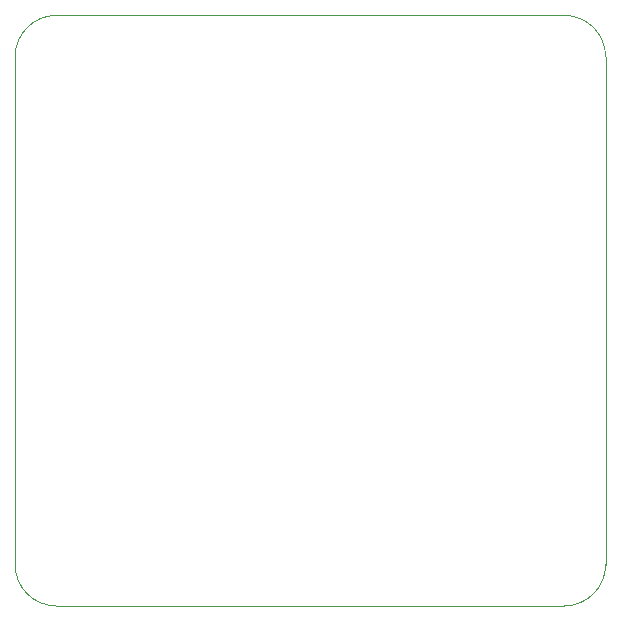
<source format=gbr>
%TF.GenerationSoftware,KiCad,Pcbnew,9.0.4*%
%TF.CreationDate,2025-10-17T22:53:12+07:00*%
%TF.ProjectId,AC DC converter LM317,41432044-4320-4636-9f6e-766572746572,rev?*%
%TF.SameCoordinates,Original*%
%TF.FileFunction,Profile,NP*%
%FSLAX46Y46*%
G04 Gerber Fmt 4.6, Leading zero omitted, Abs format (unit mm)*
G04 Created by KiCad (PCBNEW 9.0.4) date 2025-10-17 22:53:12*
%MOMM*%
%LPD*%
G01*
G04 APERTURE LIST*
%TA.AperFunction,Profile*%
%ADD10C,0.050000*%
%TD*%
G04 APERTURE END LIST*
D10*
X50000000Y-3500000D02*
X50000000Y-46500000D01*
X0Y-46500000D02*
X0Y-3500000D01*
X0Y-3500000D02*
G75*
G02*
X3500000Y0I3500000J0D01*
G01*
X46500000Y0D02*
G75*
G02*
X50000000Y-3500000I0J-3500000D01*
G01*
X46500000Y-50000000D02*
X3500000Y-50000000D01*
X3500000Y0D02*
X46500000Y0D01*
X3500000Y-50000000D02*
G75*
G02*
X0Y-46500000I0J3500000D01*
G01*
X50000000Y-46500000D02*
G75*
G02*
X46500000Y-50000000I-3500000J0D01*
G01*
M02*

</source>
